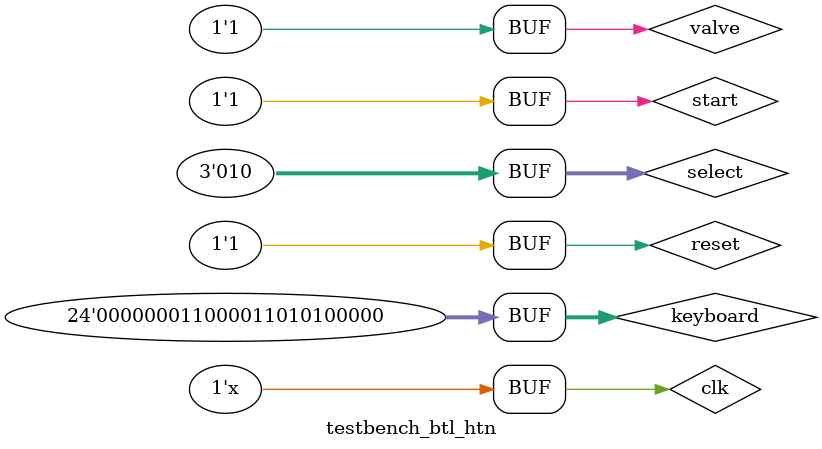
<source format=v>
`timescale 1ps/1ps
module testbench_btl_htn ();

reg clk, reset, start, valve;
reg [2:0] select;
reg [23:0] keyboard;
wire [2:0] gas;
wire [6:0] led11, led12, led13, led14, led15, led16, led17;
wire [6:0] led21, led22, led23, led24, led25, led26, led27;

btl_htn dut (
	// Inputs
	.clk			(clk),
	.reset		(reset),
	.start		(start),
	.valve		(valve),
	.select 		(select),
	.keyboard	(keyboard),
	//Outputs
	.gas			(gas[2:0]),
	.led11		(led11[6:0]), 
	.led12		(led12[6:0]),
	.led13		(led13[6:0]),
	.led14		(led14[6:0]), 
	.led15		(led15[6:0]),
	.led16		(led16[6:0]),
	.led17		(led17[6:0]), 
	.led21		(led21[6:0]),
	.led22		(led22[6:0]),
	.led23		(led23[6:0]), 
	.led24		(led24[6:0]),
	.led25		(led25[6:0]),
	.led26		(led26[6:0]),
	.led27		(led27[6:0]));
	
always begin 
	#10 clk <= ~clk;
	
	end
initial
	begin
	clk <= 0;
	reset <= 0;
	start <= 0; 
	valve <= 0;
	select <= 3'd0;
	#10; 
	reset <= 1;
	keyboard <= 50000;
	select <= 3'd1;
	#10;
	start <= 1; 
	valve <= 1;
	#6500;
	reset <= 0;
	#50;
	reset <= 1;
	keyboard <= 100000;
	select <= 3'd2;
	
	end

endmodule
</source>
